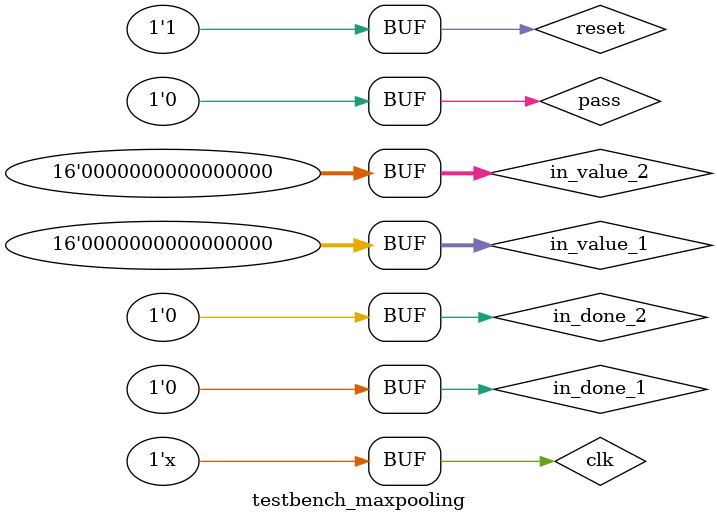
<source format=v>
`timescale 1ns / 1ps
module testbench_maxpooling();
reg reset;
reg pass;
reg clk;

reg in_done_1;
reg in_done_2;

reg [15:0] in_value_1;
reg [15:0] in_value_2;
 max_pooling MP(
    .reset(reset),
    .pass(pass),
    .clk(clk),
    .in_done_1(in_done_1),
    .in_done_2(in_done_2),
    .in_value_1(in_value_1),
    .in_value_2(in_value_2)
    );
    
 always begin #50; clk =!clk; end
 initial begin
    pass = 1'b0;
    reset = 1'b0;
    clk = 0;
    #100;
    #100;
    #100;
    #100;
    in_done_1 = 1'b1;
    in_value_1 = 16'h0001;
    #100;
    in_done_1 = 1'b0;
    in_value_1 = 16'h0000;
    
    #100;
    in_done_2 = 1'b1;
    in_value_2 = 16'h0002;
    #100;
    in_done_2 = 1'b0;
    in_value_2 = 16'h0000;
    
    #100;
    #100;
    in_done_1 = 1'b1;
    in_value_1 = 16'h0003;
    #100;
    in_done_1 = 1'b0;
    in_value_1 = 16'h0000;
    
    reset =1'b1;
    #100;
    in_done_2 = 1'b1;
    in_value_2 = 16'h0004;
    #100;
    in_done_2 = 1'b0;
    in_value_2 = 16'h0000;
    
 end
endmodule

</source>
